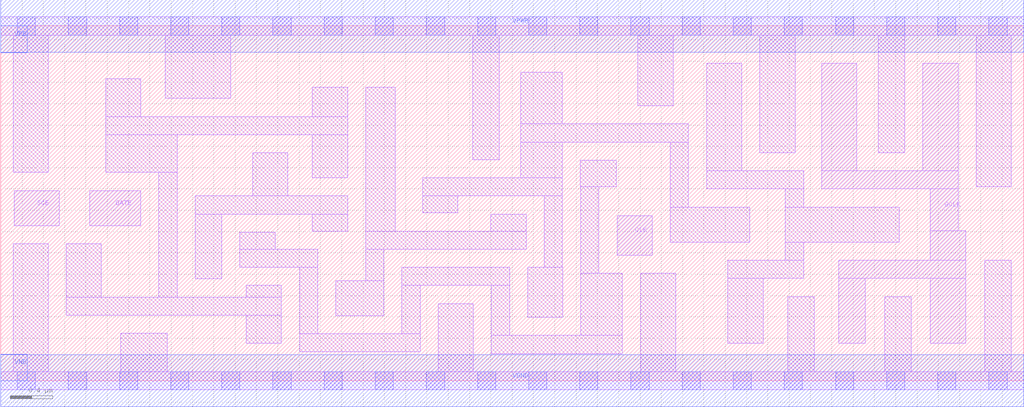
<source format=lef>
# Copyright 2020 The SkyWater PDK Authors
#
# Licensed under the Apache License, Version 2.0 (the "License");
# you may not use this file except in compliance with the License.
# You may obtain a copy of the License at
#
#     https://www.apache.org/licenses/LICENSE-2.0
#
# Unless required by applicable law or agreed to in writing, software
# distributed under the License is distributed on an "AS IS" BASIS,
# WITHOUT WARRANTIES OR CONDITIONS OF ANY KIND, either express or implied.
# See the License for the specific language governing permissions and
# limitations under the License.
#
# SPDX-License-Identifier: Apache-2.0

VERSION 5.5 ;
NAMESCASESENSITIVE ON ;
BUSBITCHARS "[]" ;
DIVIDERCHAR "/" ;
MACRO sky130_fd_sc_hs__sdlclkp_4
  CLASS CORE ;
  SOURCE USER ;
  ORIGIN  0.000000  0.000000 ;
  SIZE  9.600000 BY  3.330000 ;
  SYMMETRY X Y ;
  SITE unit ;
  PIN GATE
    ANTENNAGATEAREA  0.208000 ;
    DIRECTION INPUT ;
    USE SIGNAL ;
    PORT
      LAYER li1 ;
        RECT 0.835000 1.455000 1.315000 1.785000 ;
    END
  END GATE
  PIN GCLK
    ANTENNADIFFAREA  1.319400 ;
    DIRECTION OUTPUT ;
    USE SIGNAL ;
    PORT
      LAYER li1 ;
        RECT 7.705000 1.800000 8.985000 1.970000 ;
        RECT 7.705000 1.970000 8.035000 2.980000 ;
        RECT 7.865000 0.350000 8.115000 0.960000 ;
        RECT 7.865000 0.960000 9.055000 1.130000 ;
        RECT 8.655000 1.970000 8.985000 2.980000 ;
        RECT 8.725000 0.350000 9.055000 0.960000 ;
        RECT 8.725000 1.130000 9.055000 1.410000 ;
        RECT 8.725000 1.410000 8.985000 1.800000 ;
    END
  END GCLK
  PIN SCE
    ANTENNAGATEAREA  0.208000 ;
    DIRECTION INPUT ;
    USE SIGNAL ;
    PORT
      LAYER li1 ;
        RECT 0.125000 1.455000 0.550000 1.785000 ;
    END
  END SCE
  PIN CLK
    ANTENNAGATEAREA  0.516000 ;
    DIRECTION INPUT ;
    USE CLOCK ;
    PORT
      LAYER li1 ;
        RECT 5.785000 1.180000 6.115000 1.550000 ;
    END
  END CLK
  PIN VGND
    DIRECTION INOUT ;
    USE GROUND ;
    PORT
      LAYER met1 ;
        RECT 0.000000 -0.245000 9.600000 0.245000 ;
    END
  END VGND
  PIN VNB
    DIRECTION INOUT ;
    USE GROUND ;
    PORT
      LAYER met1 ;
        RECT 0.000000 0.000000 0.250000 0.250000 ;
    END
  END VNB
  PIN VPB
    DIRECTION INOUT ;
    USE POWER ;
    PORT
      LAYER met1 ;
        RECT 0.000000 3.080000 0.250000 3.330000 ;
    END
  END VPB
  PIN VPWR
    DIRECTION INOUT ;
    USE POWER ;
    PORT
      LAYER met1 ;
        RECT 0.000000 3.085000 9.600000 3.575000 ;
    END
  END VPWR
  OBS
    LAYER li1 ;
      RECT 0.000000 -0.085000 9.600000 0.085000 ;
      RECT 0.000000  3.245000 9.600000 3.415000 ;
      RECT 0.115000  0.085000 0.445000 1.285000 ;
      RECT 0.115000  1.955000 0.445000 3.245000 ;
      RECT 0.615000  0.615000 2.635000 0.785000 ;
      RECT 0.615000  0.785000 0.945000 1.285000 ;
      RECT 0.985000  1.955000 1.655000 2.310000 ;
      RECT 0.985000  2.310000 3.255000 2.480000 ;
      RECT 0.985000  2.480000 1.315000 2.835000 ;
      RECT 1.125000  0.085000 1.565000 0.445000 ;
      RECT 1.485000  0.785000 1.655000 1.955000 ;
      RECT 1.545000  2.650000 2.160000 3.245000 ;
      RECT 1.825000  0.955000 2.075000 1.565000 ;
      RECT 1.825000  1.565000 3.255000 1.735000 ;
      RECT 2.245000  1.065000 2.975000 1.235000 ;
      RECT 2.245000  1.235000 2.575000 1.395000 ;
      RECT 2.305000  0.350000 2.635000 0.615000 ;
      RECT 2.305000  0.785000 2.635000 0.895000 ;
      RECT 2.365000  1.735000 2.695000 2.140000 ;
      RECT 2.805000  0.270000 3.935000 0.440000 ;
      RECT 2.805000  0.440000 2.975000 1.065000 ;
      RECT 2.925000  1.405000 3.255000 1.565000 ;
      RECT 2.925000  1.905000 3.255000 2.310000 ;
      RECT 2.925000  2.480000 3.255000 2.755000 ;
      RECT 3.145000  0.610000 3.595000 0.940000 ;
      RECT 3.425000  0.940000 3.595000 1.235000 ;
      RECT 3.425000  1.235000 4.930000 1.405000 ;
      RECT 3.425000  1.405000 3.705000 2.755000 ;
      RECT 3.765000  0.440000 3.935000 0.895000 ;
      RECT 3.765000  0.895000 4.775000 1.065000 ;
      RECT 3.960000  1.575000 4.290000 1.735000 ;
      RECT 3.960000  1.735000 5.270000 1.905000 ;
      RECT 4.105000  0.085000 4.435000 0.725000 ;
      RECT 4.430000  2.075000 4.680000 3.245000 ;
      RECT 4.600000  1.405000 4.930000 1.565000 ;
      RECT 4.605000  0.255000 5.835000 0.425000 ;
      RECT 4.605000  0.425000 4.775000 0.895000 ;
      RECT 4.880000  1.905000 5.270000 2.240000 ;
      RECT 4.880000  2.240000 6.455000 2.410000 ;
      RECT 4.880000  2.410000 5.270000 2.895000 ;
      RECT 4.945000  0.595000 5.275000 1.065000 ;
      RECT 5.100000  1.065000 5.270000 1.735000 ;
      RECT 5.440000  1.820000 5.775000 2.070000 ;
      RECT 5.445000  0.425000 5.835000 1.010000 ;
      RECT 5.445000  1.010000 5.615000 1.820000 ;
      RECT 5.980000  2.580000 6.310000 3.245000 ;
      RECT 6.005000  0.085000 6.335000 1.010000 ;
      RECT 6.285000  1.300000 7.030000 1.630000 ;
      RECT 6.285000  1.630000 6.455000 2.240000 ;
      RECT 6.625000  1.800000 7.535000 1.970000 ;
      RECT 6.625000  1.970000 6.955000 2.980000 ;
      RECT 6.825000  0.350000 7.155000 0.960000 ;
      RECT 6.825000  0.960000 7.535000 1.130000 ;
      RECT 7.125000  2.140000 7.455000 3.245000 ;
      RECT 7.365000  1.130000 7.535000 1.300000 ;
      RECT 7.365000  1.300000 8.435000 1.630000 ;
      RECT 7.365000  1.630000 7.535000 1.800000 ;
      RECT 7.385000  0.085000 7.635000 0.790000 ;
      RECT 8.235000  2.140000 8.485000 3.245000 ;
      RECT 8.295000  0.085000 8.545000 0.790000 ;
      RECT 9.155000  1.820000 9.485000 3.245000 ;
      RECT 9.235000  0.085000 9.485000 1.130000 ;
    LAYER mcon ;
      RECT 0.155000 -0.085000 0.325000 0.085000 ;
      RECT 0.155000  3.245000 0.325000 3.415000 ;
      RECT 0.635000 -0.085000 0.805000 0.085000 ;
      RECT 0.635000  3.245000 0.805000 3.415000 ;
      RECT 1.115000 -0.085000 1.285000 0.085000 ;
      RECT 1.115000  3.245000 1.285000 3.415000 ;
      RECT 1.595000 -0.085000 1.765000 0.085000 ;
      RECT 1.595000  3.245000 1.765000 3.415000 ;
      RECT 2.075000 -0.085000 2.245000 0.085000 ;
      RECT 2.075000  3.245000 2.245000 3.415000 ;
      RECT 2.555000 -0.085000 2.725000 0.085000 ;
      RECT 2.555000  3.245000 2.725000 3.415000 ;
      RECT 3.035000 -0.085000 3.205000 0.085000 ;
      RECT 3.035000  3.245000 3.205000 3.415000 ;
      RECT 3.515000 -0.085000 3.685000 0.085000 ;
      RECT 3.515000  3.245000 3.685000 3.415000 ;
      RECT 3.995000 -0.085000 4.165000 0.085000 ;
      RECT 3.995000  3.245000 4.165000 3.415000 ;
      RECT 4.475000 -0.085000 4.645000 0.085000 ;
      RECT 4.475000  3.245000 4.645000 3.415000 ;
      RECT 4.955000 -0.085000 5.125000 0.085000 ;
      RECT 4.955000  3.245000 5.125000 3.415000 ;
      RECT 5.435000 -0.085000 5.605000 0.085000 ;
      RECT 5.435000  3.245000 5.605000 3.415000 ;
      RECT 5.915000 -0.085000 6.085000 0.085000 ;
      RECT 5.915000  3.245000 6.085000 3.415000 ;
      RECT 6.395000 -0.085000 6.565000 0.085000 ;
      RECT 6.395000  3.245000 6.565000 3.415000 ;
      RECT 6.875000 -0.085000 7.045000 0.085000 ;
      RECT 6.875000  3.245000 7.045000 3.415000 ;
      RECT 7.355000 -0.085000 7.525000 0.085000 ;
      RECT 7.355000  3.245000 7.525000 3.415000 ;
      RECT 7.835000 -0.085000 8.005000 0.085000 ;
      RECT 7.835000  3.245000 8.005000 3.415000 ;
      RECT 8.315000 -0.085000 8.485000 0.085000 ;
      RECT 8.315000  3.245000 8.485000 3.415000 ;
      RECT 8.795000 -0.085000 8.965000 0.085000 ;
      RECT 8.795000  3.245000 8.965000 3.415000 ;
      RECT 9.275000 -0.085000 9.445000 0.085000 ;
      RECT 9.275000  3.245000 9.445000 3.415000 ;
  END
END sky130_fd_sc_hs__sdlclkp_4

</source>
